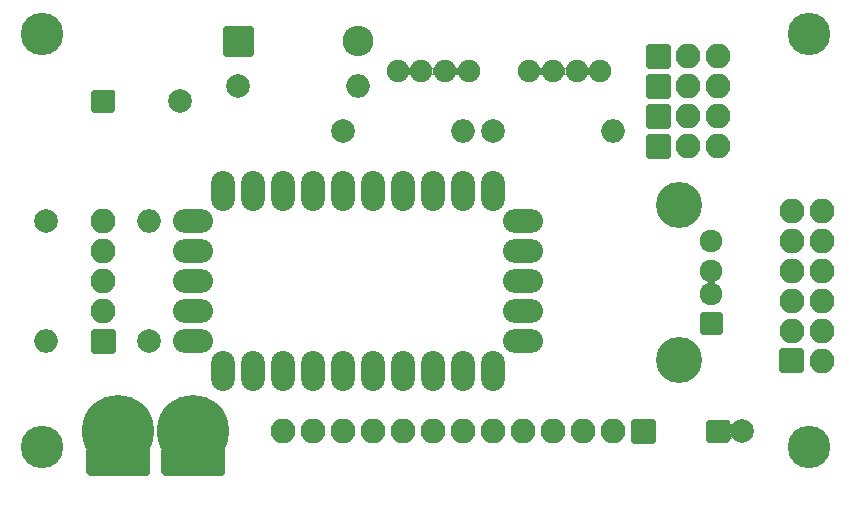
<source format=gbr>
G04 #@! TF.GenerationSoftware,KiCad,Pcbnew,5.1.9-73d0e3b20d~88~ubuntu20.04.1*
G04 #@! TF.CreationDate,2021-11-29T19:04:58+09:00*
G04 #@! TF.ProjectId,AKBONE2020LGT8F,414b424f-4e45-4323-9032-304c47543846,rev?*
G04 #@! TF.SameCoordinates,Original*
G04 #@! TF.FileFunction,Soldermask,Bot*
G04 #@! TF.FilePolarity,Negative*
%FSLAX46Y46*%
G04 Gerber Fmt 4.6, Leading zero omitted, Abs format (unit mm)*
G04 Created by KiCad (PCBNEW 5.1.9-73d0e3b20d~88~ubuntu20.04.1) date 2021-11-29 19:04:58*
%MOMM*%
%LPD*%
G01*
G04 APERTURE LIST*
%ADD10C,3.600000*%
%ADD11C,2.000000*%
%ADD12O,2.600000X2.600000*%
%ADD13O,2.100000X2.100000*%
%ADD14C,3.900000*%
%ADD15C,1.924000*%
%ADD16C,1.900000*%
%ADD17O,2.000000X3.400000*%
%ADD18O,3.400000X2.000000*%
%ADD19C,6.100000*%
%ADD20O,2.000000X2.000000*%
%ADD21C,0.100000*%
G04 APERTURE END LIST*
D10*
X167500000Y-89500000D03*
X167500000Y-124500000D03*
X232500000Y-124500000D03*
X232500000Y-89500000D03*
G36*
G01*
X171290000Y-126730000D02*
X171290000Y-124730000D01*
G75*
G02*
X171490000Y-124530000I200000J0D01*
G01*
X176490000Y-124530000D01*
G75*
G02*
X176690000Y-124730000I0J-200000D01*
G01*
X176690000Y-126730000D01*
G75*
G02*
X176490000Y-126930000I-200000J0D01*
G01*
X171490000Y-126930000D01*
G75*
G02*
X171290000Y-126730000I0J200000D01*
G01*
G37*
G36*
G01*
X177640000Y-126730000D02*
X177640000Y-124730000D01*
G75*
G02*
X177840000Y-124530000I200000J0D01*
G01*
X182840000Y-124530000D01*
G75*
G02*
X183040000Y-124730000I0J-200000D01*
G01*
X183040000Y-126730000D01*
G75*
G02*
X182840000Y-126930000I-200000J0D01*
G01*
X177840000Y-126930000D01*
G75*
G02*
X177640000Y-126730000I0J200000D01*
G01*
G37*
G36*
G01*
X223790000Y-123990000D02*
X223790000Y-122390000D01*
G75*
G02*
X223990000Y-122190000I200000J0D01*
G01*
X225590000Y-122190000D01*
G75*
G02*
X225790000Y-122390000I0J-200000D01*
G01*
X225790000Y-123990000D01*
G75*
G02*
X225590000Y-124190000I-200000J0D01*
G01*
X223990000Y-124190000D01*
G75*
G02*
X223790000Y-123990000I0J200000D01*
G01*
G37*
D11*
X226790000Y-123190000D03*
G36*
G01*
X182850000Y-91270000D02*
X182850000Y-89070000D01*
G75*
G02*
X183050000Y-88870000I200000J0D01*
G01*
X185250000Y-88870000D01*
G75*
G02*
X185450000Y-89070000I0J-200000D01*
G01*
X185450000Y-91270000D01*
G75*
G02*
X185250000Y-91470000I-200000J0D01*
G01*
X183050000Y-91470000D01*
G75*
G02*
X182850000Y-91270000I0J200000D01*
G01*
G37*
D12*
X194310000Y-90170000D03*
G36*
G01*
X173770000Y-114720000D02*
X173770000Y-116420000D01*
G75*
G02*
X173570000Y-116620000I-200000J0D01*
G01*
X171870000Y-116620000D01*
G75*
G02*
X171670000Y-116420000I0J200000D01*
G01*
X171670000Y-114720000D01*
G75*
G02*
X171870000Y-114520000I200000J0D01*
G01*
X173570000Y-114520000D01*
G75*
G02*
X173770000Y-114720000I0J-200000D01*
G01*
G37*
D13*
X172720000Y-113030000D03*
X172720000Y-110490000D03*
X172720000Y-107950000D03*
X172720000Y-105410000D03*
G36*
G01*
X217590000Y-122140000D02*
X219290000Y-122140000D01*
G75*
G02*
X219490000Y-122340000I0J-200000D01*
G01*
X219490000Y-124040000D01*
G75*
G02*
X219290000Y-124240000I-200000J0D01*
G01*
X217590000Y-124240000D01*
G75*
G02*
X217390000Y-124040000I0J200000D01*
G01*
X217390000Y-122340000D01*
G75*
G02*
X217590000Y-122140000I200000J0D01*
G01*
G37*
X215900000Y-123190000D03*
X213360000Y-123190000D03*
X210820000Y-123190000D03*
X208280000Y-123190000D03*
X205740000Y-123190000D03*
X203200000Y-123190000D03*
X200660000Y-123190000D03*
X198120000Y-123190000D03*
X195580000Y-123190000D03*
X193040000Y-123190000D03*
X190500000Y-123190000D03*
X187960000Y-123190000D03*
D14*
X221500000Y-104000000D03*
X221500000Y-117140000D03*
G36*
G01*
X224972000Y-115032000D02*
X223448000Y-115032000D01*
G75*
G02*
X223248000Y-114832000I0J200000D01*
G01*
X223248000Y-113308000D01*
G75*
G02*
X223448000Y-113108000I200000J0D01*
G01*
X224972000Y-113108000D01*
G75*
G02*
X225172000Y-113308000I0J-200000D01*
G01*
X225172000Y-114832000D01*
G75*
G02*
X224972000Y-115032000I-200000J0D01*
G01*
G37*
D15*
X224210000Y-111570000D03*
X224210000Y-109570000D03*
X224210000Y-107070000D03*
G36*
G01*
X220560000Y-100110000D02*
X218860000Y-100110000D01*
G75*
G02*
X218660000Y-99910000I0J200000D01*
G01*
X218660000Y-98210000D01*
G75*
G02*
X218860000Y-98010000I200000J0D01*
G01*
X220560000Y-98010000D01*
G75*
G02*
X220760000Y-98210000I0J-200000D01*
G01*
X220760000Y-99910000D01*
G75*
G02*
X220560000Y-100110000I-200000J0D01*
G01*
G37*
D13*
X222250000Y-99060000D03*
X224790000Y-99060000D03*
X224790000Y-96520000D03*
X222250000Y-96520000D03*
G36*
G01*
X220560000Y-97570000D02*
X218860000Y-97570000D01*
G75*
G02*
X218660000Y-97370000I0J200000D01*
G01*
X218660000Y-95670000D01*
G75*
G02*
X218860000Y-95470000I200000J0D01*
G01*
X220560000Y-95470000D01*
G75*
G02*
X220760000Y-95670000I0J-200000D01*
G01*
X220760000Y-97370000D01*
G75*
G02*
X220560000Y-97570000I-200000J0D01*
G01*
G37*
D16*
X197660000Y-92710000D03*
X199660000Y-92710000D03*
X201660000Y-92710000D03*
X203660000Y-92710000D03*
D17*
X182880000Y-118110000D03*
X185420000Y-118110000D03*
X187960000Y-118110000D03*
X190500000Y-118110000D03*
X193040000Y-118110000D03*
X195580000Y-118110000D03*
X198120000Y-118110000D03*
X200660000Y-118110000D03*
X203200000Y-118110000D03*
X205740000Y-118110000D03*
D18*
X208280000Y-115570000D03*
X208280000Y-113030000D03*
X208280000Y-110490000D03*
X208280000Y-107950000D03*
X208280000Y-105410000D03*
D17*
X205740000Y-102870000D03*
X203200000Y-102870000D03*
X200660000Y-102870000D03*
X198120000Y-102870000D03*
X195580000Y-102870000D03*
X193040000Y-102870000D03*
X190500000Y-102870000D03*
X187960000Y-102870000D03*
X185420000Y-102870000D03*
X182880000Y-102870000D03*
D18*
X180340000Y-105410000D03*
X180340000Y-107950000D03*
X180340000Y-110490000D03*
X180340000Y-113030000D03*
X180340000Y-115570000D03*
G36*
G01*
X232050000Y-116350000D02*
X232050000Y-118050000D01*
G75*
G02*
X231850000Y-118250000I-200000J0D01*
G01*
X230150000Y-118250000D01*
G75*
G02*
X229950000Y-118050000I0J200000D01*
G01*
X229950000Y-116350000D01*
G75*
G02*
X230150000Y-116150000I200000J0D01*
G01*
X231850000Y-116150000D01*
G75*
G02*
X232050000Y-116350000I0J-200000D01*
G01*
G37*
D13*
X233540000Y-117200000D03*
X231000000Y-114660000D03*
X233540000Y-114660000D03*
X231000000Y-112120000D03*
X233540000Y-112120000D03*
X231000000Y-109580000D03*
X233540000Y-109580000D03*
X231000000Y-107040000D03*
X233540000Y-107040000D03*
X231000000Y-104500000D03*
X233540000Y-104500000D03*
G36*
G01*
X171720000Y-96050000D02*
X171720000Y-94450000D01*
G75*
G02*
X171920000Y-94250000I200000J0D01*
G01*
X173520000Y-94250000D01*
G75*
G02*
X173720000Y-94450000I0J-200000D01*
G01*
X173720000Y-96050000D01*
G75*
G02*
X173520000Y-96250000I-200000J0D01*
G01*
X171920000Y-96250000D01*
G75*
G02*
X171720000Y-96050000I0J200000D01*
G01*
G37*
D11*
X179220000Y-95250000D03*
D19*
X173990000Y-123190000D03*
X180340000Y-123190000D03*
G36*
G01*
X220560000Y-95030000D02*
X218860000Y-95030000D01*
G75*
G02*
X218660000Y-94830000I0J200000D01*
G01*
X218660000Y-93130000D01*
G75*
G02*
X218860000Y-92930000I200000J0D01*
G01*
X220560000Y-92930000D01*
G75*
G02*
X220760000Y-93130000I0J-200000D01*
G01*
X220760000Y-94830000D01*
G75*
G02*
X220560000Y-95030000I-200000J0D01*
G01*
G37*
D13*
X222250000Y-93980000D03*
X224790000Y-93980000D03*
X224790000Y-91440000D03*
X222250000Y-91440000D03*
G36*
G01*
X220560000Y-92490000D02*
X218860000Y-92490000D01*
G75*
G02*
X218660000Y-92290000I0J200000D01*
G01*
X218660000Y-90590000D01*
G75*
G02*
X218860000Y-90390000I200000J0D01*
G01*
X220560000Y-90390000D01*
G75*
G02*
X220760000Y-90590000I0J-200000D01*
G01*
X220760000Y-92290000D01*
G75*
G02*
X220560000Y-92490000I-200000J0D01*
G01*
G37*
D16*
X208788000Y-92710000D03*
X210788000Y-92710000D03*
X212788000Y-92710000D03*
X214788000Y-92710000D03*
D20*
X167900000Y-115560000D03*
D11*
X167900000Y-105400000D03*
X205740000Y-97790000D03*
D20*
X215900000Y-97790000D03*
X203200000Y-97790000D03*
D11*
X193040000Y-97790000D03*
X184150000Y-93980000D03*
D20*
X194310000Y-93980000D03*
D11*
X176600000Y-115560000D03*
D20*
X176600000Y-105400000D03*
D21*
G36*
X225791990Y-122484141D02*
G01*
X225794372Y-122508328D01*
X225801372Y-122531403D01*
X225812737Y-122552667D01*
X225828032Y-122571304D01*
X225846669Y-122586599D01*
X225867933Y-122597964D01*
X225891008Y-122604964D01*
X225914999Y-122607327D01*
X225938990Y-122604964D01*
X225962065Y-122597964D01*
X225983329Y-122586599D01*
X226001966Y-122571304D01*
X226013494Y-122557256D01*
X226015366Y-122556552D01*
X226016912Y-122557820D01*
X226016703Y-122559636D01*
X225909852Y-122719550D01*
X225834984Y-122900297D01*
X225796815Y-123092182D01*
X225796815Y-123287818D01*
X225834984Y-123479703D01*
X225909852Y-123660450D01*
X226016704Y-123820365D01*
X226016835Y-123822361D01*
X226015172Y-123823472D01*
X226013495Y-123822745D01*
X226001964Y-123808695D01*
X225983327Y-123793400D01*
X225962063Y-123782035D01*
X225938988Y-123775035D01*
X225914997Y-123772673D01*
X225891006Y-123775036D01*
X225867931Y-123782037D01*
X225846668Y-123793402D01*
X225828031Y-123808698D01*
X225812736Y-123827335D01*
X225801371Y-123848599D01*
X225794371Y-123871674D01*
X225791990Y-123895859D01*
X225790825Y-123897485D01*
X225788835Y-123897289D01*
X225788000Y-123895663D01*
X225788000Y-122484337D01*
X225789000Y-122482605D01*
X225791000Y-122482605D01*
X225791990Y-122484141D01*
G37*
G36*
X224570541Y-110455824D02*
G01*
X224571306Y-110457672D01*
X224570266Y-110459175D01*
X224554245Y-110467738D01*
X224535608Y-110483033D01*
X224520312Y-110501670D01*
X224508947Y-110522933D01*
X224501947Y-110546008D01*
X224499584Y-110569999D01*
X224501947Y-110593990D01*
X224508947Y-110617065D01*
X224520312Y-110638329D01*
X224535607Y-110656966D01*
X224554244Y-110672262D01*
X224570267Y-110680825D01*
X224571323Y-110682523D01*
X224570380Y-110684287D01*
X224568559Y-110684437D01*
X224488672Y-110651347D01*
X224304093Y-110614632D01*
X224115907Y-110614632D01*
X223931328Y-110651347D01*
X223851442Y-110684437D01*
X223849459Y-110684176D01*
X223848694Y-110682328D01*
X223849734Y-110680825D01*
X223865755Y-110672262D01*
X223884392Y-110656967D01*
X223899688Y-110638330D01*
X223911053Y-110617067D01*
X223918053Y-110593992D01*
X223920416Y-110570001D01*
X223918053Y-110546010D01*
X223911053Y-110522935D01*
X223899688Y-110501671D01*
X223884393Y-110483034D01*
X223865756Y-110467738D01*
X223849733Y-110459175D01*
X223848677Y-110457477D01*
X223849620Y-110455713D01*
X223851441Y-110455563D01*
X223931328Y-110488653D01*
X224115907Y-110525368D01*
X224304093Y-110525368D01*
X224488672Y-110488653D01*
X224568558Y-110455563D01*
X224570541Y-110455824D01*
G37*
G36*
X198774288Y-92380827D02*
G01*
X198774438Y-92382648D01*
X198752831Y-92434812D01*
X198716575Y-92617083D01*
X198716575Y-92802917D01*
X198752831Y-92985188D01*
X198774438Y-93037352D01*
X198774177Y-93039335D01*
X198772329Y-93040100D01*
X198770826Y-93039060D01*
X198762262Y-93023037D01*
X198746966Y-93004400D01*
X198728330Y-92989105D01*
X198707066Y-92977740D01*
X198683991Y-92970740D01*
X198660000Y-92968377D01*
X198636009Y-92970740D01*
X198612934Y-92977740D01*
X198591670Y-92989105D01*
X198573033Y-93004401D01*
X198557738Y-93023037D01*
X198549174Y-93039060D01*
X198547475Y-93040116D01*
X198545712Y-93039173D01*
X198545562Y-93037352D01*
X198567169Y-92985188D01*
X198603425Y-92802917D01*
X198603425Y-92617083D01*
X198567169Y-92434812D01*
X198545562Y-92382648D01*
X198545823Y-92380665D01*
X198547671Y-92379900D01*
X198549174Y-92380940D01*
X198557738Y-92396963D01*
X198573034Y-92415600D01*
X198591670Y-92430895D01*
X198612934Y-92442260D01*
X198636009Y-92449260D01*
X198660000Y-92451623D01*
X198683991Y-92449260D01*
X198707066Y-92442260D01*
X198728330Y-92430895D01*
X198746967Y-92415599D01*
X198762262Y-92396963D01*
X198770826Y-92380940D01*
X198772525Y-92379884D01*
X198774288Y-92380827D01*
G37*
G36*
X209902288Y-92380827D02*
G01*
X209902438Y-92382648D01*
X209880831Y-92434812D01*
X209844575Y-92617083D01*
X209844575Y-92802917D01*
X209880831Y-92985188D01*
X209902438Y-93037352D01*
X209902177Y-93039335D01*
X209900329Y-93040100D01*
X209898826Y-93039060D01*
X209890262Y-93023037D01*
X209874966Y-93004400D01*
X209856330Y-92989105D01*
X209835066Y-92977740D01*
X209811991Y-92970740D01*
X209788000Y-92968377D01*
X209764009Y-92970740D01*
X209740934Y-92977740D01*
X209719670Y-92989105D01*
X209701033Y-93004401D01*
X209685738Y-93023037D01*
X209677174Y-93039060D01*
X209675475Y-93040116D01*
X209673712Y-93039173D01*
X209673562Y-93037352D01*
X209695169Y-92985188D01*
X209731425Y-92802917D01*
X209731425Y-92617083D01*
X209695169Y-92434812D01*
X209673562Y-92382648D01*
X209673823Y-92380665D01*
X209675671Y-92379900D01*
X209677174Y-92380940D01*
X209685738Y-92396963D01*
X209701034Y-92415600D01*
X209719670Y-92430895D01*
X209740934Y-92442260D01*
X209764009Y-92449260D01*
X209788000Y-92451623D01*
X209811991Y-92449260D01*
X209835066Y-92442260D01*
X209856330Y-92430895D01*
X209874967Y-92415599D01*
X209890262Y-92396963D01*
X209898826Y-92380940D01*
X209900525Y-92379884D01*
X209902288Y-92380827D01*
G37*
G36*
X200774288Y-92380827D02*
G01*
X200774438Y-92382648D01*
X200752831Y-92434812D01*
X200716575Y-92617083D01*
X200716575Y-92802917D01*
X200752831Y-92985188D01*
X200774438Y-93037352D01*
X200774177Y-93039335D01*
X200772329Y-93040100D01*
X200770826Y-93039060D01*
X200762262Y-93023037D01*
X200746966Y-93004400D01*
X200728330Y-92989105D01*
X200707066Y-92977740D01*
X200683991Y-92970740D01*
X200660000Y-92968377D01*
X200636009Y-92970740D01*
X200612934Y-92977740D01*
X200591670Y-92989105D01*
X200573033Y-93004401D01*
X200557738Y-93023037D01*
X200549174Y-93039060D01*
X200547475Y-93040116D01*
X200545712Y-93039173D01*
X200545562Y-93037352D01*
X200567169Y-92985188D01*
X200603425Y-92802917D01*
X200603425Y-92617083D01*
X200567169Y-92434812D01*
X200545562Y-92382648D01*
X200545823Y-92380665D01*
X200547671Y-92379900D01*
X200549174Y-92380940D01*
X200557738Y-92396963D01*
X200573034Y-92415600D01*
X200591670Y-92430895D01*
X200612934Y-92442260D01*
X200636009Y-92449260D01*
X200660000Y-92451623D01*
X200683991Y-92449260D01*
X200707066Y-92442260D01*
X200728330Y-92430895D01*
X200746967Y-92415599D01*
X200762262Y-92396963D01*
X200770826Y-92380940D01*
X200772525Y-92379884D01*
X200774288Y-92380827D01*
G37*
G36*
X202774288Y-92380827D02*
G01*
X202774438Y-92382648D01*
X202752831Y-92434812D01*
X202716575Y-92617083D01*
X202716575Y-92802917D01*
X202752831Y-92985188D01*
X202774438Y-93037352D01*
X202774177Y-93039335D01*
X202772329Y-93040100D01*
X202770826Y-93039060D01*
X202762262Y-93023037D01*
X202746966Y-93004400D01*
X202728330Y-92989105D01*
X202707066Y-92977740D01*
X202683991Y-92970740D01*
X202660000Y-92968377D01*
X202636009Y-92970740D01*
X202612934Y-92977740D01*
X202591670Y-92989105D01*
X202573033Y-93004401D01*
X202557738Y-93023037D01*
X202549174Y-93039060D01*
X202547475Y-93040116D01*
X202545712Y-93039173D01*
X202545562Y-93037352D01*
X202567169Y-92985188D01*
X202603425Y-92802917D01*
X202603425Y-92617083D01*
X202567169Y-92434812D01*
X202545562Y-92382648D01*
X202545823Y-92380665D01*
X202547671Y-92379900D01*
X202549174Y-92380940D01*
X202557738Y-92396963D01*
X202573034Y-92415600D01*
X202591670Y-92430895D01*
X202612934Y-92442260D01*
X202636009Y-92449260D01*
X202660000Y-92451623D01*
X202683991Y-92449260D01*
X202707066Y-92442260D01*
X202728330Y-92430895D01*
X202746967Y-92415599D01*
X202762262Y-92396963D01*
X202770826Y-92380940D01*
X202772525Y-92379884D01*
X202774288Y-92380827D01*
G37*
G36*
X213902288Y-92380827D02*
G01*
X213902438Y-92382648D01*
X213880831Y-92434812D01*
X213844575Y-92617083D01*
X213844575Y-92802917D01*
X213880831Y-92985188D01*
X213902438Y-93037352D01*
X213902177Y-93039335D01*
X213900329Y-93040100D01*
X213898826Y-93039060D01*
X213890262Y-93023037D01*
X213874966Y-93004400D01*
X213856330Y-92989105D01*
X213835066Y-92977740D01*
X213811991Y-92970740D01*
X213788000Y-92968377D01*
X213764009Y-92970740D01*
X213740934Y-92977740D01*
X213719670Y-92989105D01*
X213701033Y-93004401D01*
X213685738Y-93023037D01*
X213677174Y-93039060D01*
X213675475Y-93040116D01*
X213673712Y-93039173D01*
X213673562Y-93037352D01*
X213695169Y-92985188D01*
X213731425Y-92802917D01*
X213731425Y-92617083D01*
X213695169Y-92434812D01*
X213673562Y-92382648D01*
X213673823Y-92380665D01*
X213675671Y-92379900D01*
X213677174Y-92380940D01*
X213685738Y-92396963D01*
X213701034Y-92415600D01*
X213719670Y-92430895D01*
X213740934Y-92442260D01*
X213764009Y-92449260D01*
X213788000Y-92451623D01*
X213811991Y-92449260D01*
X213835066Y-92442260D01*
X213856330Y-92430895D01*
X213874967Y-92415599D01*
X213890262Y-92396963D01*
X213898826Y-92380940D01*
X213900525Y-92379884D01*
X213902288Y-92380827D01*
G37*
G36*
X211902288Y-92380827D02*
G01*
X211902438Y-92382648D01*
X211880831Y-92434812D01*
X211844575Y-92617083D01*
X211844575Y-92802917D01*
X211880831Y-92985188D01*
X211902438Y-93037352D01*
X211902177Y-93039335D01*
X211900329Y-93040100D01*
X211898826Y-93039060D01*
X211890262Y-93023037D01*
X211874966Y-93004400D01*
X211856330Y-92989105D01*
X211835066Y-92977740D01*
X211811991Y-92970740D01*
X211788000Y-92968377D01*
X211764009Y-92970740D01*
X211740934Y-92977740D01*
X211719670Y-92989105D01*
X211701033Y-93004401D01*
X211685738Y-93023037D01*
X211677174Y-93039060D01*
X211675475Y-93040116D01*
X211673712Y-93039173D01*
X211673562Y-93037352D01*
X211695169Y-92985188D01*
X211731425Y-92802917D01*
X211731425Y-92617083D01*
X211695169Y-92434812D01*
X211673562Y-92382648D01*
X211673823Y-92380665D01*
X211675671Y-92379900D01*
X211677174Y-92380940D01*
X211685738Y-92396963D01*
X211701034Y-92415600D01*
X211719670Y-92430895D01*
X211740934Y-92442260D01*
X211764009Y-92449260D01*
X211788000Y-92451623D01*
X211811991Y-92449260D01*
X211835066Y-92442260D01*
X211856330Y-92430895D01*
X211874967Y-92415599D01*
X211890262Y-92396963D01*
X211898826Y-92380940D01*
X211900525Y-92379884D01*
X211902288Y-92380827D01*
G37*
M02*

</source>
